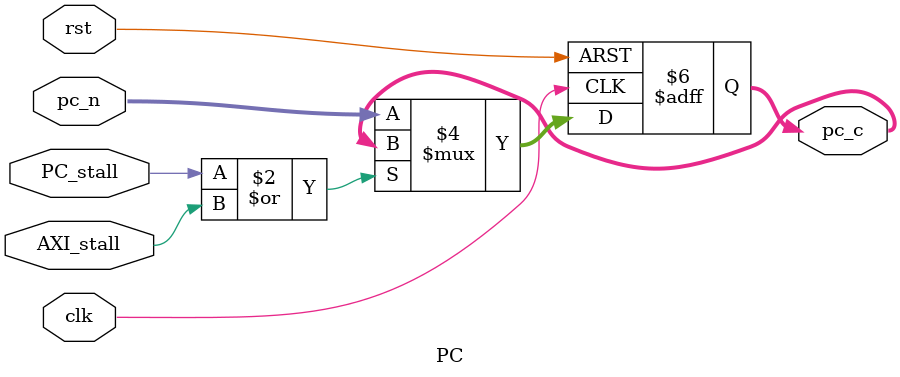
<source format=sv>
module PC(clk, rst, PC_stall, AXI_stall, pc_n, /*ARVALID_M0, ARREADY_M0,*/  pc_c);

input logic clk, rst;
input logic PC_stall, AXI_stall;
input logic  [31:0] pc_n;         //current pc
//input logic ARVALID_M0, ARREADY_M0;
output logic  [31:0] pc_c;        //next pc 

always_ff @(posedge clk or posedge rst)
begin
    if (rst) begin
        pc_c <= 32'b0;
    end
    else if (PC_stall | AXI_stall/* | (ARVALID_M0 & !ARREADY_M0)*/) begin
        pc_c <= pc_c;
    end
    else begin
        pc_c <= pc_n;
   end
end
    
endmodule

</source>
